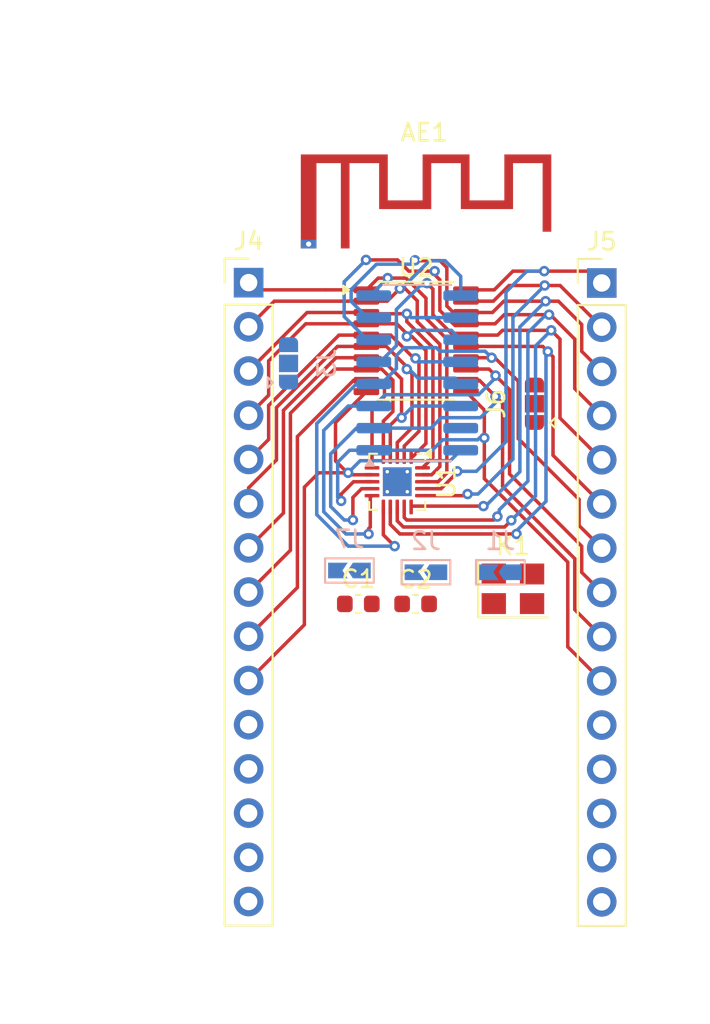
<source format=kicad_pcb>
(kicad_pcb (version 20241229) (generator "pcbnew") (generator_version "9.0")
  (layers (0 "F.Cu" signal) (2 "B.Cu" signal) (13 "F.Paste" user) (15 "B.Paste" user) (5 "F.SilkS" user "F.Silkscreen") (7 "B.SilkS" user "B.Silkscreen") (1 "F.Mask" user) (3 "B.Mask" user) (25 "Edge.Cuts" user))
  (net 0 "")
  (net 1 "OSCI")
  (net 2 "P_0")
  (net 3 "OSCO")
  (net 4 "P_5")
  (net 5 "P_6")
  (net 6 "P_20")
  (net 7 "P_9")
  (net 8 "5V")
  (net 9 "P_2")
  (net 10 "CC1")
  (net 11 "P_1")
  (net 12 "CC2")
  (net 13 "P_3")
  (net 14 "P_10")
  (net 15 "P_7")
  (net 16 "P_8")
  (net 17 "P_4")
  (net 18 "+3.3V")
  (net 19 "P_17")
  (net 20 "D+")
  (net 21 "P_11")
  (net 22 "P_14")
  (net 23 "P_12")
  (net 24 "P_13")
  (net 25 "P_19")
  (net 26 "P_18")
  (net 27 "D-")
  (net 28 "P_15")
  (net 29 "P_16")
  (net 31 "ANT")
  (footprint "Capacitor_SMD:C_0603_1608Metric" (layer "F.Cu") (at 173.305 116.4)
    (property "Reference" "C1" (at 0 -1.43 0) (layer "F.SilkS"))
    (property "Value" "12-25pF")
    (pad "1" smd roundrect (at -0.775 0) (size 0.9 0.95) (layers "F.Cu" "F.Mask" "F.Paste") (net 1 "OSCI"))
    (pad "2" smd roundrect (at 0.775 0) (size 0.9 0.95) (layers "F.Cu" "F.Mask" "F.Paste") (net 2 "P_0"))
  )
  (footprint "Connector_PinHeader_2.54mm:PinHeader_1x15_P2.54mm_Vertical" (layer "F.Cu") (at 167 97.94)
    (property "Reference" "J4" (at 0 -2.38 0) (layer "F.SilkS"))
    (property "Value" "Conn_01x15_Pin")
    (pad "1" thru_hole rect (at 0 0) (size 1.7 1.7) (drill 1) (layers "*.Cu" "*.Mask") (net 11 "P_1"))
    (pad "2" thru_hole circle (at 0 2.54) (size 1.7 1.7) (drill 1) (layers "*.Cu" "*.Mask") (net 9 "P_2"))
    (pad "3" thru_hole circle (at 0 5.08) (size 1.7 1.7) (drill 1) (layers "*.Cu" "*.Mask") (net 13 "P_3"))
    (pad "4" thru_hole circle (at 0 7.62) (size 1.7 1.7) (drill 1) (layers "*.Cu" "*.Mask") (net 17 "P_4"))
    (pad "5" thru_hole circle (at 0 10.16) (size 1.7 1.7) (drill 1) (layers "*.Cu" "*.Mask") (net 4 "P_5"))
    (pad "6" thru_hole circle (at 0 12.7) (size 1.7 1.7) (drill 1) (layers "*.Cu" "*.Mask") (net 5 "P_6"))
    (pad "7" thru_hole circle (at 0 15.24) (size 1.7 1.7) (drill 1) (layers "*.Cu" "*.Mask") (net 15 "P_7"))
    (pad "8" thru_hole circle (at 0 17.78) (size 1.7 1.7) (drill 1) (layers "*.Cu" "*.Mask") (net 16 "P_8"))
    (pad "9" thru_hole circle (at 0 20.32) (size 1.7 1.7) (drill 1) (layers "*.Cu" "*.Mask") (net 7 "P_9"))
    (pad "10" thru_hole circle (at 0 22.86) (size 1.7 1.7) (drill 1) (layers "*.Cu" "*.Mask") (net 14 "P_10"))
    (pad "11" thru_hole circle (at 0 25.4) (size 1.7 1.7) (drill 1) (layers "*.Cu" "*.Mask") (net 1 "OSCI"))
    (pad "12" thru_hole circle (at 0 27.94) (size 1.7 1.7) (drill 1) (layers "*.Cu" "*.Mask") (net 18 "+3.3V"))
    (pad "13" thru_hole circle (at 0 30.48) (size 1.7 1.7) (drill 1) (layers "*.Cu" "*.Mask") (net 2 "P_0"))
    (pad "14" thru_hole circle (at 0 33.02) (size 1.7 1.7) (drill 1) (layers "*.Cu" "*.Mask"))
    (pad "15" thru_hole circle (at 0 35.56) (size 1.7 1.7) (drill 1) (layers "*.Cu" "*.Mask") (net 8 "5V"))
  )
  (footprint "RF_Antenna:Texas_SWRA117D_2.4GHz_Right" (layer "F.Cu") (at 172.55 95.725)
    (property "Reference" "AE1" (at 4.55 -6.41 0) (layer "F.SilkS"))
    (property "Value" "Antenna")
    (fp_poly (pts (xy 2.45 -2.51) (xy 4.45 -2.51) (xy 4.45 -5.15) (xy 7.15 -5.15) (xy 7.15 -2.51) (xy 9.15 -2.51) (xy 9.15 -5.15) (xy 11.85 -5.15) (xy 11.85 -0.71) (xy 11.35 -0.71) (xy 11.35 -4.65) (xy 9.65 -4.65) (xy 9.65 -2.01) (xy 6.65 -2.01) (xy 6.65 -4.65) (xy 4.95 -4.65) (xy 4.95 -2.01) (xy 1.95 -2.01) (xy 1.95 -4.65) (xy 0.25 -4.65) (xy 0.25 0.25) (xy -0.25 0.25) (xy -0.25 -4.65) (xy -1.65 -4.65) (xy -1.65 0.25) (xy -2.55 0.25) (xy -2.55 0.006785) (xy -2.247583 0.006785) (xy -2.237742 0.054395) (xy -2.213674 0.096797) (xy -2.175731 0.129581) (xy -2.167819 0.133935) (xy -2.125156 0.146043) (xy -2.076637 0.1453) (xy -2.031122 0.1324) (xy -2.012511 0.121787) (xy -1.978868 0.086553) (xy -1.958309 0.041368) (xy -1.951778 -0.008158) (xy -1.960218 -0.056417) (xy -1.977112 -0.088643) (xy -2.012372 -0.121313) (xy -2.057682 -0.141408) (xy -2.107267 -0.147982) (xy -2.155353 -0.140092) (xy -2.188245 -0.123186) (xy -2.223185 -0.086416) (xy -2.242847 -0.041622) (xy -2.247583 0.006785) (xy -2.55 0.006785) (xy -2.55 -5.15) (xy 2.45 -5.15) (xy 2.45 -2.51)) (fill yes) (layer "F.Cu"))
    (pad "1" connect rect (at 0 0) (size 0.5 0.5) (layers "F.Cu") (net 31 "ANT"))
    (pad "2" thru_hole rect (at -2.1 0) (size 0.9 0.5) (drill 0.3) (layers "*.Cu"))
  )
  (footprint "Package_SO:TSSOP-20_4.4x6.5mm_P0.65mm" (layer "F.Cu") (at 176.631472 101.280999)
    (property "Reference" "U2" (at 0 -4.199999 180) (layer "F.SilkS"))
    (property "Value" "~")
    (pad "1" smd roundrect (at -2.8625 -2.925) (size 1.475 0.4) (layers "F.Cu" "F.Mask" "F.Paste") (net 11 "P_1"))
    (pad "2" smd roundrect (at -2.8625 -2.275) (size 1.475 0.4) (layers "F.Cu" "F.Mask" "F.Paste") (net 9 "P_2"))
    (pad "3" smd roundrect (at -2.8625 -1.625) (size 1.475 0.4) (layers "F.Cu" "F.Mask" "F.Paste") (net 13 "P_3"))
    (pad "4" smd roundrect (at -2.8625 -0.975) (size 1.475 0.4) (layers "F.Cu" "F.Mask" "F.Paste") (net 17 "P_4"))
    (pad "5" smd roundrect (at -2.8625 -0.325) (size 1.475 0.4) (layers "F.Cu" "F.Mask" "F.Paste") (net 4 "P_5"))
    (pad "6" smd roundrect (at -2.8625 0.325) (size 1.475 0.4) (layers "F.Cu" "F.Mask" "F.Paste") (net 5 "P_6"))
    (pad "7" smd roundrect (at -2.8625 0.975) (size 1.475 0.4) (layers "F.Cu" "F.Mask" "F.Paste") (net 15 "P_7"))
    (pad "8" smd roundrect (at -2.8625 1.625) (size 1.475 0.4) (layers "F.Cu" "F.Mask" "F.Paste") (net 16 "P_8"))
    (pad "9" smd roundrect (at -2.8625 2.275) (size 1.475 0.4) (layers "F.Cu" "F.Mask" "F.Paste") (net 7 "P_9"))
    (pad "10" smd roundrect (at -2.8625 2.925) (size 1.475 0.4) (layers "F.Cu" "F.Mask" "F.Paste") (net 14 "P_10"))
    (pad "11" smd roundrect (at 2.8625 2.925) (size 1.475 0.4) (layers "F.Cu" "F.Mask" "F.Paste") (net 21 "P_11"))
    (pad "12" smd roundrect (at 2.8625 2.275) (size 1.475 0.4) (layers "F.Cu" "F.Mask" "F.Paste") (net 23 "P_12"))
    (pad "13" smd roundrect (at 2.8625 1.625) (size 1.475 0.4) (layers "F.Cu" "F.Mask" "F.Paste") (net 24 "P_13"))
    (pad "14" smd roundrect (at 2.8625 0.975) (size 1.475 0.4) (layers "F.Cu" "F.Mask" "F.Paste") (net 22 "P_14"))
    (pad "15" smd roundrect (at 2.8625 0.325) (size 1.475 0.4) (layers "F.Cu" "F.Mask" "F.Paste") (net 28 "P_15"))
    (pad "16" smd roundrect (at 2.8625 -0.325) (size 1.475 0.4) (layers "F.Cu" "F.Mask" "F.Paste") (net 29 "P_16"))
    (pad "17" smd roundrect (at 2.8625 -0.975) (size 1.475 0.4) (layers "F.Cu" "F.Mask" "F.Paste") (net 19 "P_17"))
    (pad "18" smd roundrect (at 2.8625 -1.625) (size 1.475 0.4) (layers "F.Cu" "F.Mask" "F.Paste") (net 26 "P_18"))
    (pad "19" smd roundrect (at 2.8625 -2.275) (size 1.475 0.4) (layers "F.Cu" "F.Mask" "F.Paste") (net 25 "P_19"))
    (pad "20" smd roundrect (at 2.8625 -2.925) (size 1.475 0.4) (layers "F.Cu" "F.Mask" "F.Paste") (net 6 "P_20"))
  )
  (footprint "IOT-Mess-Footprints:Jumper-3_P1.3mm_Open_RoundedPad1.0x1.5mm" (layer "F.Cu") (at 183.4325 104.9 90)
    (property "Reference" "J6" (at 0 -2.2 90) (layer "F.SilkS"))
    (property "Value" "Jumper")
    (pad "1" smd custom (at -1.099999 0 90) (size 0.8 0.5) (layers "F.Cu" "F.Mask") (net 29 "P_16") (options (clearance outline) (anchor rect)) (primitives (gr_poly (pts (xy 0.45 0.55) (xy -0.1 0.55) (xy -0.1 -0.55) (xy 0.45 -0.55)) (width 0) (fill yes)) (gr_circle (center -0.1 0.25) (end 0.2 0.25) (width 0) (fill yes)) (gr_circle (center -0.1 -0.25) (end 0.2 -0.25) (width 0) (fill yes))))
    (pad "2" smd rect (at 0 0 90) (size 1 1.1) (layers "F.Cu" "F.Mask") (net 18 "+3.3V"))
    (pad "3" smd custom (at 1.099999 0 90) (size 0.8 0.5) (layers "F.Cu" "F.Mask") (net 7 "P_9") (options (clearance outline) (anchor rect)) (primitives (gr_poly (pts (xy 0.1 0.55) (xy -0.45 0.55) (xy -0.45 -0.55) (xy 0.1 -0.55)) (width 0) (fill yes)) (gr_circle (center 0.1 -0.25) (end 0.4 -0.25) (width 0) (fill yes)) (gr_circle (center 0.1 0.25) (end 0.4 0.25) (width 0) (fill yes))))
  )
  (footprint "Connector_PinHeader_2.54mm:PinHeader_1x15_P2.54mm_Vertical" (layer "F.Cu") (at 187.3 97.96)
    (property "Reference" "J5" (at 0 -2.38 0) (layer "F.SilkS"))
    (property "Value" "Conn_01x15_Pin")
    (pad "1" thru_hole rect (at 0 0) (size 1.7 1.7) (drill 1) (layers "*.Cu" "*.Mask") (net 6 "P_20"))
    (pad "2" thru_hole circle (at 0 2.54) (size 1.7 1.7) (drill 1) (layers "*.Cu" "*.Mask") (net 25 "P_19"))
    (pad "3" thru_hole circle (at 0 5.08) (size 1.7 1.7) (drill 1) (layers "*.Cu" "*.Mask") (net 26 "P_18"))
    (pad "4" thru_hole circle (at 0 7.62) (size 1.7 1.7) (drill 1) (layers "*.Cu" "*.Mask") (net 19 "P_17"))
    (pad "5" thru_hole circle (at 0 10.16) (size 1.7 1.7) (drill 1) (layers "*.Cu" "*.Mask") (net 29 "P_16"))
    (pad "6" thru_hole circle (at 0 12.7) (size 1.7 1.7) (drill 1) (layers "*.Cu" "*.Mask") (net 28 "P_15"))
    (pad "7" thru_hole circle (at 0 15.24) (size 1.7 1.7) (drill 1) (layers "*.Cu" "*.Mask") (net 22 "P_14"))
    (pad "8" thru_hole circle (at 0 17.78) (size 1.7 1.7) (drill 1) (layers "*.Cu" "*.Mask") (net 24 "P_13"))
    (pad "9" thru_hole circle (at 0 20.32) (size 1.7 1.7) (drill 1) (layers "*.Cu" "*.Mask") (net 23 "P_12"))
    (pad "10" thru_hole circle (at 0 22.86) (size 1.7 1.7) (drill 1) (layers "*.Cu" "*.Mask") (net 21 "P_11"))
    (pad "11" thru_hole circle (at 0 25.4) (size 1.7 1.7) (drill 1) (layers "*.Cu" "*.Mask") (net 3 "OSCO"))
    (pad "12" thru_hole circle (at 0 27.94) (size 1.7 1.7) (drill 1) (layers "*.Cu" "*.Mask") (net 10 "CC1"))
    (pad "13" thru_hole circle (at 0 30.48) (size 1.7 1.7) (drill 1) (layers "*.Cu" "*.Mask") (net 12 "CC2"))
    (pad "14" thru_hole circle (at 0 33.02) (size 1.7 1.7) (drill 1) (layers "*.Cu" "*.Mask") (net 20 "D+"))
    (pad "15" thru_hole circle (at 0 35.56) (size 1.7 1.7) (drill 1) (layers "*.Cu" "*.Mask") (net 27 "D-"))
  )
  (footprint "Crystal:Crystal_SMD_3225-4Pin_3.2x2.5mm" (layer "F.Cu") (at 182.193972 115.530999)
    (property "Reference" "K1" (at 0 -2.45 0) (layer "F.SilkS"))
    (property "Value" "Crystal")
    (pad "1" smd rect (at -1.1 0.85) (size 1.4 1.2) (layers "F.Cu" "F.Mask" "F.Paste") (net 1 "OSCI"))
    (pad "2" smd rect (at 1.1 0.85) (size 1.4 1.2) (layers "F.Cu" "F.Mask" "F.Paste") (net 3 "OSCO"))
    (pad "3" smd rect (at 1.1 -0.85) (size 1.4 1.2) (layers "F.Cu" "F.Mask" "F.Paste"))
    (pad "4" smd rect (at -1.1 -0.85) (size 1.4 1.2) (layers "F.Cu" "F.Mask" "F.Paste"))
  )
  (footprint "Capacitor_SMD:C_0603_1608Metric" (layer "F.Cu") (at 176.6 116.4 180)
    (property "Reference" "C2" (at 0 1.4 0) (layer "F.SilkS"))
    (property "Value" "12-25pF")
    (pad "1" smd roundrect (at -0.775 0 180) (size 0.9 0.95) (layers "F.Cu" "F.Mask" "F.Paste") (net 3 "OSCO"))
    (pad "2" smd roundrect (at 0.775 0 180) (size 0.9 0.95) (layers "F.Cu" "F.Mask" "F.Paste") (net 2 "P_0"))
  )
  (footprint "Package_DFN_QFN:QFN-20-1EP_3x3mm_P0.4mm_EP1.65x1.65mm_ThermalVias" (layer "F.Cu") (at 175.543972 109.380999 -90)
    (property "Reference" "U1" (at 0 -2.83 90) (layer "F.SilkS"))
    (property "Value" "~")
    (pad "1" smd roundrect (at -1.45 -0.8 270) (size 0.85 0.2) (layers "F.Cu" "F.Mask" "F.Paste") (net 17 "P_4"))
    (pad "2" smd roundrect (at -1.45 -0.4 270) (size 0.85 0.2) (layers "F.Cu" "F.Mask" "F.Paste") (net 4 "P_5"))
    (pad "3" smd roundrect (at -1.45 0 270) (size 0.85 0.2) (layers "F.Cu" "F.Mask" "F.Paste") (net 5 "P_6"))
    (pad "4" smd roundrect (at -1.45 0.4 270) (size 0.85 0.2) (layers "F.Cu" "F.Mask" "F.Paste") (net 15 "P_7"))
    (pad "5" smd roundrect (at -1.45 0.8 270) (size 0.85 0.2) (layers "F.Cu" "F.Mask" "F.Paste") (net 16 "P_8"))
    (pad "6" smd roundrect (at -0.8 1.45 270) (size 0.2 0.85) (layers "F.Cu" "F.Mask" "F.Paste") (net 7 "P_9"))
    (pad "7" smd roundrect (at -0.4 1.45 270) (size 0.2 0.85) (layers "F.Cu" "F.Mask" "F.Paste") (net 14 "P_10"))
    (pad "8" smd roundrect (at 0 1.45 270) (size 0.2 0.85) (layers "F.Cu" "F.Mask" "F.Paste") (net 21 "P_11"))
    (pad "9" smd roundrect (at 0.4 1.45 270) (size 0.2 0.85) (layers "F.Cu" "F.Mask" "F.Paste") (net 23 "P_12"))
    (pad "10" smd roundrect (at 0.8 1.45 270) (size 0.2 0.85) (layers "F.Cu" "F.Mask" "F.Paste") (net 24 "P_13"))
    (pad "11" smd roundrect (at 1.45 0.8 270) (size 0.85 0.2) (layers "F.Cu" "F.Mask" "F.Paste") (net 22 "P_14"))
    (pad "12" smd roundrect (at 1.45 0.4 270) (size 0.85 0.2) (layers "F.Cu" "F.Mask" "F.Paste") (net 28 "P_15"))
    (pad "13" smd roundrect (at 1.45 0 270) (size 0.85 0.2) (layers "F.Cu" "F.Mask" "F.Paste") (net 29 "P_16"))
    (pad "14" smd roundrect (at 1.45 -0.4 270) (size 0.85 0.2) (layers "F.Cu" "F.Mask" "F.Paste") (net 19 "P_17"))
    (pad "15" smd roundrect (at 1.45 -0.8 270) (size 0.85 0.2) (layers "F.Cu" "F.Mask" "F.Paste") (net 26 "P_18"))
    (pad "16" smd roundrect (at 0.8 -1.45 270) (size 0.2 0.85) (layers "F.Cu" "F.Mask" "F.Paste") (net 25 "P_19"))
    (pad "17" smd roundrect (at 0.4 -1.45 270) (size 0.2 0.85) (layers "F.Cu" "F.Mask" "F.Paste") (net 6 "P_20"))
    (pad "18" smd roundrect (at 0 -1.45 270) (size 0.2 0.85) (layers "F.Cu" "F.Mask" "F.Paste") (net 11 "P_1"))
    (pad "19" smd roundrect (at -0.4 -1.45 270) (size 0.2 0.85) (layers "F.Cu" "F.Mask" "F.Paste") (net 9 "P_2"))
    (pad "20" smd roundrect (at -0.8 -1.45 270) (size 0.2 0.85) (layers "F.Cu" "F.Mask" "F.Paste") (net 13 "P_3"))
    (pad "21" thru_hole circle (at -0.575 -0.575 270) (size 0.5 0.5) (drill 0.2) (property pad_prop_heatsink) (layers "*.Cu") (net 2 "P_0"))
    (pad "21" thru_hole circle (at -0.575 0.575 270) (size 0.5 0.5) (drill 0.2) (property pad_prop_heatsink) (layers "*.Cu") (net 2 "P_0"))
    (pad "21" smd rect (at 0 0 270) (size 1.65 1.65) (property pad_prop_heatsink) (layers "F.Cu" "F.Mask") (net 2 "P_0"))
    (pad "21" smd rect (at 0 0 270) (size 1.65 1.65) (property pad_prop_heatsink) (layers "B.Cu") (net 2 "P_0"))
    (pad "21" thru_hole circle (at 0.575 -0.575 270) (size 0.5 0.5) (drill 0.2) (property pad_prop_heatsink) (layers "*.Cu") (net 2 "P_0"))
    (pad "21" thru_hole circle (at 0.575 0.575 270) (size 0.5 0.5) (drill 0.2) (property pad_prop_heatsink) (layers "*.Cu") (net 2 "P_0"))
  )
  (footprint "IOT-Mess-Footprints:Jumper-3_P1.3mm_Open_RoundedPad1.0x1.5mm" (layer "B.Cu") (at 169.293972 102.581 90)
    (property "Reference" "J3" (at 0 2.2 90) (layer "B.SilkS") (effects (justify mirror)))
    (property "Value" "Jumper")
    (pad "1" smd custom (at -1.099999 0 90) (size 0.8 0.5) (layers "B.Cu" "B.Mask") (net 4 "P_5") (options (clearance outline) (anchor rect)) (primitives (gr_poly (pts (xy 0.45 -0.55) (xy -0.1 -0.55) (xy -0.1 0.55) (xy 0.45 0.55)) (width 0) (fill yes)) (gr_circle (center -0.1 -0.25) (end 0.2 -0.25) (width 0) (fill yes)) (gr_circle (center -0.1 0.25) (end 0.2 0.25) (width 0) (fill yes))))
    (pad "2" smd rect (at 0 0 90) (size 1 1.1) (layers "B.Cu" "B.Mask") (net 31 "ANT"))
    (pad "3" smd custom (at 1.099999 0 90) (size 0.8 0.5) (layers "B.Cu" "B.Mask") (net 6 "P_20") (options (clearance outline) (anchor rect)) (primitives (gr_poly (pts (xy 0.1 -0.55) (xy -0.45 -0.55) (xy -0.45 0.55) (xy 0.1 0.55)) (width 0) (fill yes)) (gr_circle (center 0.1 0.25) (end 0.4 0.25) (width 0) (fill yes)) (gr_circle (center 0.1 -0.25) (end 0.4 -0.25) (width 0) (fill yes))))
  )
  (footprint "IOT-Mess-Footprints:Jumpper-triangle" (layer "B.Cu") (at 181.468973 114.580999 180)
    (property "Reference" "J1" (at 0 1.8 0) (layer "B.SilkS") (effects (justify mirror)))
    (property "Value" "Jumper_2")
    (pad "1" smd custom (at -0.724999 0 180) (size 0.3 0.3) (layers "B.Cu" "B.Mask") (net 1 "OSCI") (options (clearance outline) (anchor rect)) (primitives (gr_poly (pts (xy 0.825 0) (xy 0.525 -0.45) (xy -0.5 -0.45) (xy -0.5 0.45) (xy 0.525 0.45)) (width 0) (fill yes))))
    (pad "2" smd custom (at 0.724999 0 180) (size 0.3 0.3) (layers "B.Cu" "B.Mask") (net 4 "P_5") (options (clearance outline) (anchor rect)) (primitives (gr_poly (pts (xy 0.5 -0.45) (xy -0.625 -0.45) (xy -0.325 0) (xy -0.625 0.45) (xy 0.5 0.45)) (width 0) (fill yes))))
  )
  (footprint "IOT-Mess-Footprints:Jumpper-triangle" (layer "B.Cu") (at 172.793972 114.480999 180)
    (property "Reference" "J7" (at 0 1.8 0) (layer "B.SilkS") (effects (justify mirror)))
    (property "Value" "Jumper_2")
    (pad "1" smd custom (at -0.724999 0 180) (size 0.3 0.3) (layers "B.Cu" "B.Mask") (net 15 "P_7") (options (clearance outline) (anchor rect)) (primitives (gr_poly (pts (xy 0.825 0) (xy 0.525 -0.45) (xy -0.5 -0.45) (xy -0.5 0.45) (xy 0.525 0.45)) (width 0) (fill yes))))
    (pad "2" smd custom (at 0.724999 0 180) (size 0.3 0.3) (layers "B.Cu" "B.Mask") (net 2 "P_0") (options (clearance outline) (anchor rect)) (primitives (gr_poly (pts (xy 0.5 -0.45) (xy -0.625 -0.45) (xy -0.325 0) (xy -0.625 0.45) (xy 0.5 0.45)) (width 0) (fill yes))))
  )
  (footprint "Package_SO:SOP-16_3.9x9.9mm_P1.27mm" (layer "B.Cu") (at 176.693972 103.126)
    (property "Reference" "U3" (hide yes))
    (property "Value" "~")
    (pad "1" smd roundrect (at -2.5 4.445001) (size 2 0.6) (layers "B.Cu" "B.Mask" "B.Paste") (net 21 "P_11"))
    (pad "2" smd roundrect (at -2.5 3.175) (size 2 0.6) (layers "B.Cu" "B.Mask" "B.Paste") (net 23 "P_12"))
    (pad "3" smd roundrect (at -2.5 1.904999) (size 2 0.6) (layers "B.Cu" "B.Mask" "B.Paste") (net 24 "P_13"))
    (pad "4" smd roundrect (at -2.5 0.635) (size 2 0.6) (layers "B.Cu" "B.Mask" "B.Paste") (net 22 "P_14"))
    (pad "5" smd roundrect (at -2.5 -0.635) (size 2 0.6) (layers "B.Cu" "B.Mask" "B.Paste") (net 29 "P_16"))
    (pad "6" smd roundrect (at -2.5 -1.904999) (size 2 0.6) (layers "B.Cu" "B.Mask" "B.Paste") (net 19 "P_17"))
    (pad "7" smd roundrect (at -2.5 -3.175) (size 2 0.6) (layers "B.Cu" "B.Mask" "B.Paste") (net 26 "P_18"))
    (pad "8" smd roundrect (at -2.5 -4.445001) (size 2 0.6) (layers "B.Cu" "B.Mask" "B.Paste") (net 11 "P_1"))
    (pad "9" smd roundrect (at 2.5 -4.445001) (size 2 0.6) (layers "B.Cu" "B.Mask" "B.Paste") (net 9 "P_2"))
    (pad "10" smd roundrect (at 2.5 -3.175) (size 2 0.6) (layers "B.Cu" "B.Mask" "B.Paste") (net 13 "P_3"))
    (pad "11" smd roundrect (at 2.5 -1.904999) (size 2 0.6) (layers "B.Cu" "B.Mask" "B.Paste") (net 17 "P_4"))
    (pad "12" smd roundrect (at 2.5 -0.635) (size 2 0.6) (layers "B.Cu" "B.Mask" "B.Paste") (net 4 "P_5"))
    (pad "13" smd roundrect (at 2.5 0.635) (size 2 0.6) (layers "B.Cu" "B.Mask" "B.Paste") (net 5 "P_6"))
    (pad "14" smd roundrect (at 2.5 1.904999) (size 2 0.6) (layers "B.Cu" "B.Mask" "B.Paste") (net 15 "P_7"))
    (pad "15" smd roundrect (at 2.5 3.175) (size 2 0.6) (layers "B.Cu" "B.Mask" "B.Paste") (net 7 "P_9"))
    (pad "16" smd roundrect (at 2.5 4.445001) (size 2 0.6) (layers "B.Cu" "B.Mask" "B.Paste") (net 14 "P_10"))
  )
  (footprint "IOT-Mess-Footprints:Jumpper-triangle" (layer "B.Cu") (at 177.193972 114.580999 180)
    (property "Reference" "J2" (at 0 1.8 0) (layer "B.SilkS") (effects (justify mirror)))
    (property "Value" "Jumper_2")
    (pad "1" smd custom (at -0.724999 0 180) (size 0.3 0.3) (layers "B.Cu" "B.Mask") (net 3 "OSCO") (options (clearance outline) (anchor rect)) (primitives (gr_poly (pts (xy 0.825 0) (xy 0.525 -0.45) (xy -0.5 -0.45) (xy -0.5 0.45) (xy 0.525 0.45)) (width 0) (fill yes))))
    (pad "2" smd custom (at 0.724999 0 180) (size 0.3 0.3) (layers "B.Cu" "B.Mask") (net 5 "P_6") (options (clearance outline) (anchor rect)) (primitives (gr_poly (pts (xy 0.5 -0.45) (xy -0.625 -0.45) (xy -0.325 0) (xy -0.625 0.45) (xy 0.5 0.45)) (width 0) (fill yes))))
  )
  (segment (start 176.791972 102.487754) (end 176.791972 106.482999) (width 0.2) (layer "F.Cu") (net 4))
  (segment (start 176.791972 106.482999) (end 175.943972 107.330999) (width 0.2) (layer "F.Cu") (net 4))
  (segment (start 172.191872 100.955999) (end 168.151 104.996871) (width 0.2) (layer "F.Cu") (net 4))
  (segment (start 168.151 104.996871) (end 168.151 106.949) (width 0.2) (layer "F.Cu") (net 4))
  (segment (start 176.592972 102.288754) (end 176.501727 102.288754) (width 0.2) (layer "F.Cu") (net 4))
  (segment (start 175.943972 107.330999) (end 175.943972 107.930999) (width 0.2) (layer "F.Cu") (net 4))
  (segment (start 168.151 106.949) (end 167 108.1) (width 0.2) (layer "F.Cu") (net 4))
  (segment (start 173.768972 100.955999) (end 172.191872 100.955999) (width 0.2) (layer "F.Cu") (net 4))
  (segment (start 175.168972 100.955999) (end 173.768972 100.955999) (width 0.2) (layer "F.Cu") (net 4))
  (segment (start 176.592972 102.288754) (end 176.791972 102.487754) (width 0.2) (layer "F.Cu") (net 4))
  (segment (start 176.501727 102.288754) (end 175.168972 100.955999) (width 0.2) (layer "F.Cu") (net 4))
  (via (at 176.592972 102.288754) (size 0.6) (drill 0.3) (layers "F.Cu" "B.Cu") (net 4))
  (segment (start 176.732498 102.491) (end 179.193972 102.491) (width 0.2) (layer "B.Cu") (net 4))
  (segment (start 176.592972 102.288754) (end 176.592972 102.380999) (width 0.2) (layer "B.Cu") (net 4))
  (segment (start 176.592972 102.380999) (end 176.692972 102.480999) (width 0.2) (layer "B.Cu") (net 4))
  (segment (start 176.692972 102.480999) (end 176.722497 102.480999) (width 0.2) (layer "B.Cu") (net 4))
  (segment (start 176.722497 102.480999) (end 176.732498 102.491) (width 0.2) (layer "B.Cu") (net 4))
  (segment (start 173.768972 101.605999) (end 172.108972 101.605999) (width 0.2) (layer "F.Cu") (net 5))
  (segment (start 174.918972 101.605999) (end 173.768972 101.605999) (width 0.2) (layer "F.Cu") (net 5))
  (segment (start 172.108972 101.605999) (end 168.6 105.114971) (width 0.2) (layer "F.Cu") (net 5))
  (segment (start 176.093099 102.913357) (end 176.12633 102.913357) (width 0.2) (layer "F.Cu") (net 5))
  (segment (start 167 109.72776) (end 167 110.64) (width 0.2) (layer "F.Cu") (net 5))
  (segment (start 176.390972 106.283999) (end 175.543972 107.130999) (width 0.2) (layer "F.Cu") (net 5))
  (segment (start 175.543972 107.130999) (end 175.543972 107.930999) (width 0.2) (layer "F.Cu") (net 5))
  (segment (start 168.6 105.114971) (end 168.6 108.12776) (width 0.2) (layer "F.Cu") (net 5))
  (segment (start 168.6 108.12776) (end 167 109.72776) (width 0.2) (layer "F.Cu") (net 5))
  (segment (start 176.390972 103.177999) (end 176.390972 106.283999) (width 0.2) (layer "F.Cu") (net 5))
  (segment (start 176.12633 102.913357) (end 176.390972 103.177999) (width 0.2) (layer "F.Cu") (net 5))
  (segment (start 176.093099 102.913357) (end 176.093099 102.780126) (width 0.2) (layer "F.Cu") (net 5))
  (segment (start 176.093099 102.780126) (end 174.918972 101.605999) (width 0.2) (layer "F.Cu") (net 5))
  (via (at 176.093099 102.913357) (size 0.6) (drill 0.3) (layers "F.Cu" "B.Cu") (net 5))
  (segment (start 176.093099 102.913357) (end 176.22633 102.913357) (width 0.2) (layer "B.Cu") (net 5))
  (segment (start 176.22633 102.913357) (end 176.743501 103.430528) (width 0.2) (layer "B.Cu") (net 5))
  (segment (start 178.8635 103.430528) (end 179.193972 103.761) (width 0.2) (layer "B.Cu") (net 5))
  (segment (start 176.743501 103.430528) (end 178.8635 103.430528) (width 0.2) (layer "B.Cu") (net 5))
  (segment (start 178.993972 108.848099) (end 178.993972 108.780999) (width 0.2) (layer "F.Cu") (net 6))
  (segment (start 176.993972 109.780999) (end 178.061072 109.780999) (width 0.2) (layer "F.Cu") (net 6))
  (segment (start 182.193972 97.280999) (end 181.118972 98.355999) (width 0.2) (layer "F.Cu") (net 6))
  (segment (start 183.993972 97.280999) (end 186.620999 97.280999) (width 0.2) (layer "F.Cu") (net 6))
  (segment (start 178.061072 109.780999) (end 178.993972 108.848099) (width 0.2) (layer "F.Cu") (net 6))
  (segment (start 186.620999 97.280999) (end 187.3 97.96) (width 0.2) (layer "F.Cu") (net 6))
  (segment (start 187.24 97.96) (end 187.5 97.96) (width 0.2) (layer "F.Cu") (net 6))
  (segment (start 181.118972 98.355999) (end 179.493972 98.355999) (width 0.2) (layer "F.Cu") (net 6))
  (segment (start 183.993972 97.280999) (end 182.193972 97.280999) (width 0.2) (layer "F.Cu") (net 6))
  (via (at 183.993972 97.280999) (size 0.6) (drill 0.3) (layers "F.Cu" "B.Cu") (net 6))
  (via (at 178.993972 108.780999) (size 0.6) (drill 0.3) (layers "F.Cu" "B.Cu") (net 6))
  (segment (start 182.993972 97.280999) (end 181.793972 98.480999) (width 0.2) (layer "B.Cu") (net 6))
  (segment (start 181.793972 107.080999) (end 180.093972 108.780999) (width 0.2) (layer "B.Cu") (net 6))
  (segment (start 181.793972 98.480999) (end 181.793972 107.080999) (width 0.2) (layer "B.Cu") (net 6))
  (segment (start 183.993972 97.280999) (end 182.993972 97.280999) (width 0.2) (layer "B.Cu") (net 6))
  (segment (start 180.093972 108.780999) (end 178.993972 108.780999) (width 0.2) (layer "B.Cu") (net 6))
  (segment (start 169.803 115.457) (end 167 118.26) (width 0.2) (layer "F.Cu") (net 7))
  (segment (start 173.768972 103.555999) (end 173.031473 103.555999) (width 0.2) (layer "F.Cu") (net 7))
  (segment (start 169.803 106.784472) (end 169.803 115.457) (width 0.2) (layer "F.Cu") (net 7))
  (segment (start 174.093972 105.188369) (end 174.093972 108.580999) (width 0.2) (layer "F.Cu") (net 7))
  (segment (start 173.031473 103.555999) (end 169.803 106.784472) (width 0.2) (layer "F.Cu") (net 7))
  (segment (start 174.807472 104.474869) (end 174.093972 105.188369) (width 0.2) (layer "F.Cu") (net 7))
  (segment (start 174.506471 103.555999) (end 174.807472 103.857) (width 0.2) (layer "F.Cu") (net 7))
  (segment (start 174.807472 103.857) (end 174.807472 104.474869) (width 0.2) (layer "F.Cu") (net 7))
  (segment (start 173.768972 103.555999) (end 174.506471 103.555999) (width 0.2) (layer "F.Cu") (net 7))
  (segment (start 174.968972 99.005999) (end 175.693972 98.280999) (width 0.2) (layer "F.Cu") (net 9))
  (segment (start 177.993972 101.480999) (end 177.993972 108.503773) (width 0.2) (layer "F.Cu") (net 9))
  (segment (start 173.768972 99.005999) (end 168.474001 99.005999) (width 0.2) (layer "F.Cu") (net 9))
  (segment (start 176.693972 100.180999) (end 177.993972 101.480999) (width 0.2) (layer "F.Cu") (net 9))
  (segment (start 177.516746 108.980999) (end 176.993972 108.980999) (width 0.2) (layer "F.Cu") (net 9))
  (segment (start 175.693972 98.280999) (end 175.993972 98.280999) (width 0.2) (layer "F.Cu") (net 9))
  (segment (start 173.768972 99.005999) (end 174.968972 99.005999) (width 0.2) (layer "F.Cu") (net 9))
  (segment (start 176.693972 98.980999) (end 176.693972 100.180999) (width 0.2) (layer "F.Cu") (net 9))
  (segment (start 175.993972 98.280999) (end 176.693972 98.980999) (width 0.2) (layer "F.Cu") (net 9))
  (segment (start 168.474001 99.005999) (end 167 100.48) (width 0.2) (layer "F.Cu") (net 9))
  (segment (start 177.993972 108.503773) (end 177.516746 108.980999) (width 0.2) (layer "F.Cu") (net 9))
  (via (at 175.693972 98.280999) (size 0.6) (drill 0.3) (layers "F.Cu" "B.Cu") (net 9))
  (segment (start 178.293972 96.680999) (end 179.193972 97.580999) (width 0.2) (layer "B.Cu") (net 9))
  (segment (start 179.193972 97.580999) (end 179.193972 98.680999) (width 0.2) (layer "B.Cu") (net 9))
  (segment (start 175.693972 98.280999) (end 175.793972 98.280999) (width 0.2) (layer "B.Cu") (net 9))
  (segment (start 177.393972 96.680999) (end 178.293972 96.680999) (width 0.2) (layer "B.Cu") (net 9))
  (segment (start 175.793972 98.280999) (end 177.393972 96.680999) (width 0.2) (layer "B.Cu") (net 9))
  (segment (start 178.393972 101.180999) (end 178.393972 108.880999) (width 0.2) (layer "F.Cu") (net 11))
  (segment (start 177.193972 99.980999) (end 178.393972 101.180999) (width 0.2) (layer "F.Cu") (net 11))
  (segment (start 174.993972 97.680999) (end 175.893972 97.680999) (width 0.2) (layer "F.Cu") (net 11))
  (segment (start 173.768972 98.355999) (end 171.4 98.355999) (width 0.2) (layer "F.Cu") (net 11))
  (segment (start 173.768972 98.355999) (end 174.443972 97.680999) (width 0.2) (layer "F.Cu") (net 11))
  (segment (start 177.893972 109.380999) (end 176.993972 109.380999) (width 0.2) (layer "F.Cu") (net 11))
  (segment (start 175.893972 97.680999) (end 175.993972 97.680999) (width 0.2) (layer "F.Cu") (net 11))
  (segment (start 178.393972 108.880999) (end 177.893972 109.380999) (width 0.2) (layer "F.Cu") (net 11))
  (segment (start 176.043972 97.680999) (end 177.193972 98.830999) (width 0.2) (layer "F.Cu") (net 11))
  (segment (start 174.443972 97.680999) (end 174.993972 97.680999) (width 0.2) (layer "F.Cu") (net 11))
  (segment (start 177.193972 98.830999) (end 177.193972 99.980999) (width 0.2) (layer "F.Cu") (net 11))
  (segment (start 167.415999 98.355999) (end 167 97.94) (width 0.2) (layer "F.Cu") (net 11))
  (segment (start 171.4 98.355999) (end 167.415999 98.355999) (width 0.2) (layer "F.Cu") (net 11))
  (segment (start 175.893972 97.680999) (end 176.043972 97.680999) (width 0.2) (layer "F.Cu") (net 11))
  (via (at 174.993972 97.680999) (size 0.6) (drill 0.3) (layers "F.Cu" "B.Cu") (net 11))
  (segment (start 174.193972 98.680999) (end 174.193972 98.480999) (width 0.2) (layer "B.Cu") (net 11))
  (segment (start 174.193972 98.480999) (end 174.993972 97.680999) (width 0.2) (layer "B.Cu") (net 11))
  (segment (start 177.593972 101.680999) (end 177.593972 107.980999) (width 0.2) (layer "F.Cu") (net 13))
  (segment (start 176.093972 99.729526) (end 173.842499 99.729526) (width 0.2) (layer "F.Cu") (net 13))
  (segment (start 170.364001 99.655999) (end 167 103.02) (width 0.2) (layer "F.Cu") (net 13))
  (segment (start 173.768972 99.655999) (end 170.364001 99.655999) (width 0.2) (layer "F.Cu") (net 13))
  (segment (start 173.842499 99.729526) (end 173.768972 99.655999) (width 0.2) (layer "F.Cu") (net 13))
  (segment (start 177.593972 107.980999) (end 176.993972 108.580999) (width 0.2) (layer "F.Cu") (net 13))
  (segment (start 176.093972 100.180999) (end 177.593972 101.680999) (width 0.2) (layer "F.Cu") (net 13))
  (segment (start 176.093972 99.729526) (end 176.093972 100.180999) (width 0.2) (layer "F.Cu") (net 13))
  (via (at 176.093972 99.729526) (size 0.6) (drill 0.3) (layers "F.Cu" "B.Cu") (net 13))
  (segment (start 176.093972 99.729526) (end 176.102497 99.729526) (width 0.2) (layer "B.Cu") (net 13))
  (segment (start 176.102497 99.729526) (end 176.323971 99.951) (width 0.2) (layer "B.Cu") (net 13))
  (segment (start 176.323971 99.951) (end 179.193972 99.951) (width 0.2) (layer "B.Cu") (net 13))
  (segment (start 172.719707 108.865588) (end 171.034412 108.865588) (width 0.2) (layer "F.Cu") (net 14))
  (segment (start 170.204 117.596) (end 167 120.8) (width 0.2) (layer "F.Cu") (net 14))
  (segment (start 171.993972 108.180999) (end 171.993972 105.980999) (width 0.2) (layer "F.Cu") (net 14))
  (segment (start 171.993972 105.980999) (end 173.768972 104.205999) (width 0.2) (layer "F.Cu") (net 14))
  (segment (start 172.793972 108.980999) (end 171.993972 108.180999) (width 0.2) (layer "F.Cu") (net 14))
  (segment (start 174.093972 108.980999) (end 172.793972 108.980999) (width 0.2) (layer "F.Cu") (net 14))
  (segment (start 170.204 109.696) (end 170.204 117.596) (width 0.2) (layer "F.Cu") (net 14))
  (segment (start 171.034412 108.865588) (end 170.204 109.696) (width 0.2) (layer "F.Cu") (net 14))
  (via (at 172.719707 108.865588) (size 0.6) (drill 0.3) (layers "F.Cu" "B.Cu") (net 14))
  (segment (start 178.592972 108.172001) (end 173.413292 108.172001) (width 0.2) (layer "B.Cu") (net 14))
  (segment (start 179.193972 107.571001) (end 178.592972 108.172001) (width 0.2) (layer "B.Cu") (net 14))
  (segment (start 173.413292 108.172001) (end 172.719707 108.865588) (width 0.2) (layer "B.Cu") (net 14))
  (segment (start 172.026072 102.255999) (end 169.001 105.281071) (width 0.2) (layer "F.Cu") (net 15))
  (segment (start 169.001 111.179) (end 167 113.18) (width 0.2) (layer "F.Cu") (net 15))
  (segment (start 174.568972 102.255999) (end 173.768972 102.255999) (width 0.2) (layer "F.Cu") (net 15))
  (segment (start 169.001 105.281071) (end 169.001 111.179) (width 0.2) (layer "F.Cu") (net 15))
  (segment (start 175.790972 105.701) (end 175.790972 103.477999) (width 0.2) (layer "F.Cu") (net 15))
  (segment (start 175.790972 105.701) (end 175.56922 105.701) (width 0.2) (layer "F.Cu") (net 15))
  (segment (start 175.143972 106.126248) (end 175.143972 107.930999) (width 0.2) (layer "F.Cu") (net 15))
  (segment (start 173.768972 102.255999) (end 172.026072 102.255999) (width 0.2) (layer "F.Cu") (net 15))
  (segment (start 175.790972 103.477999) (end 174.568972 102.255999) (width 0.2) (layer "F.Cu") (net 15))
  (segment (start 175.56922 105.701) (end 175.143972 106.126248) (width 0.2) (layer "F.Cu") (net 15))
  (via (at 175.790972 105.701) (size 0.6) (drill 0.3) (layers "F.Cu" "B.Cu") (net 15))
  (segment (start 177.111072 105.030999) (end 179.193972 105.030999) (width 0.2) (layer "B.Cu") (net 15))
  (segment (start 177.110072 105.029999) (end 177.111072 105.030999) (width 0.2) (layer "B.Cu") (net 15))
  (segment (start 175.790972 105.701) (end 176.461973 105.029999) (width 0.2) (layer "B.Cu") (net 15))
  (segment (start 176.461973 105.029999) (end 177.110072 105.029999) (width 0.2) (layer "B.Cu") (net 15))
  (segment (start 175.293972 105.348057) (end 174.743972 105.898057) (width 0.2) (layer "F.Cu") (net 16))
  (segment (start 169.402 105.447171) (end 169.402 113.318) (width 0.2) (layer "F.Cu") (net 16))
  (segment (start 169.402 113.318) (end 167 115.72) (width 0.2) (layer "F.Cu") (net 16))
  (segment (start 171.943172 102.905999) (end 169.402 105.447171) (width 0.2) (layer "F.Cu") (net 16))
  (segment (start 173.768972 102.905999) (end 171.943172 102.905999) (width 0.2) (layer "F.Cu") (net 16))
  (segment (start 175.293972 103.548099) (end 175.293972 105.348057) (width 0.2) (layer "F.Cu") (net 16))
  (segment (start 173.768972 102.905999) (end 174.651872 102.905999) (width 0.2) (layer "F.Cu") (net 16))
  (segment (start 174.743972 105.898057) (end 174.743972 107.930999) (width 0.2) (layer "F.Cu") (net 16))
  (segment (start 174.651872 102.905999) (end 175.293972 103.548099) (width 0.2) (layer "F.Cu") (net 16))
  (segment (start 176.443972 107.930999) (end 176.343972 107.930999) (width 0.2) (layer "F.Cu") (net 17))
  (segment (start 176.093972 101.029527) (end 176.093972 100.880999) (width 0.2) (layer "F.Cu") (net 17))
  (segment (start 176.3754 101.029527) (end 177.192972 101.847099) (width 0.2) (layer "F.Cu") (net 17))
  (segment (start 168.151 102.4361) (end 168.151 104.409) (width 0.2) (layer "F.Cu") (net 17))
  (segment (start 177.192972 101.847099) (end 177.192972 107.181999) (width 0.2) (layer "F.Cu") (net 17))
  (segment (start 176.093972 101.029527) (end 176.3754 101.029527) (width 0.2) (layer "F.Cu") (net 17))
  (segment (start 173.768972 100.305999) (end 170.281101 100.305999) (width 0.2) (layer "F.Cu") (net 17))
  (segment (start 176.093972 100.880999) (end 175.518972 100.305999) (width 0.2) (layer "F.Cu") (net 17))
  (segment (start 168.151 104.409) (end 167 105.56) (width 0.2) (layer "F.Cu") (net 17))
  (segment (start 170.281101 100.305999) (end 168.151 102.4361) (width 0.2) (layer "F.Cu") (net 17))
  (segment (start 175.518972 100.305999) (end 173.768972 100.305999) (width 0.2) (layer "F.Cu") (net 17))
  (segment (start 177.192972 107.181999) (end 176.443972 107.930999) (width 0.2) (layer "F.Cu") (net 17))
  (via (at 176.093972 101.029527) (size 0.6) (drill 0.3) (layers "F.Cu" "B.Cu") (net 17))
  (segment (start 176.4425 100.680999) (end 178.65397 100.680999) (width 0.2) (layer "B.Cu") (net 17))
  (segment (start 178.65397 100.680999) (end 179.193972 101.221001) (width 0.2) (layer "B.Cu") (net 17))
  (segment (start 176.093972 101.029527) (end 176.4425 100.680999) (width 0.2) (layer "B.Cu") (net 17))
  (segment (start 185.748 101.185084) (end 185.748 104.028) (width 0.2) (layer "F.Cu") (net 19))
  (segment (start 177.693972 97.280999) (end 177.693972 97.480999) (width 0.2) (layer "F.Cu") (net 19))
  (segment (start 184.271578 99.782355) (end 184.345271 99.782355) (width 0.2) (layer "F.Cu") (net 19))
  (segment (start 181.692616 99.782355) (end 181.168972 100.305999) (width 0.2) (layer "F.Cu") (net 19))
  (segment (start 177.693972 97.480999) (end 177.993972 97.780999) (width 0.2) (layer "F.Cu") (net 19))
  (segment (start 181.168972 100.305999) (end 179.493972 100.305999) (width 0.2) (layer "F.Cu") (net 19))
  (segment (start 185.748 104.028) (end 187.3 105.58) (width 0.2) (layer "F.Cu") (net 19))
  (segment (start 177.993972 97.780999) (end 177.993972 99.543498) (width 0.2) (layer "F.Cu") (net 19))
  (segment (start 175.943972 111.430999) (end 175.943972 110.830999) (width 0.2) (layer "F.Cu") (net 19))
  (segment (start 177.993972 99.543498) (end 178.756473 100.305999) (width 0.2) (layer "F.Cu") (net 19))
  (segment (start 178.756473 100.305999) (end 179.493972 100.305999) (width 0.2) (layer "F.Cu") (net 19))
  (segment (start 184.345271 99.782355) (end 185.748 101.185084) (width 0.2) (layer "F.Cu") (net 19))
  (segment (start 184.271578 99.782355) (end 181.692616 99.782355) (width 0.2) (layer "F.Cu") (net 19))
  (segment (start 176.211072 97.280999) (end 175.565823 96.63575) (width 0.2) (layer "F.Cu") (net 19))
  (segment (start 181.3 111.380999) (end 181.1 111.580999) (width 0.2) (layer "F.Cu") (net 19))
  (segment (start 177.693972 97.280999) (end 176.211072 97.280999) (width 0.2) (layer "F.Cu") (net 19))
  (segment (start 176.093972 111.580999) (end 175.943972 111.430999) (width 0.2) (layer "F.Cu") (net 19))
  (segment (start 175.565823 96.63575) (end 173.748723 96.63575) (width 0.2) (layer "F.Cu") (net 19))
  (segment (start 181.1 111.580999) (end 176.093972 111.580999) (width 0.2) (layer "F.Cu") (net 19))
  (via (at 177.693972 97.280999) (size 0.6) (drill 0.3) (layers "F.Cu" "B.Cu") (net 19))
  (via (at 184.271578 99.782355) (size 0.6) (drill 0.3) (layers "F.Cu" "B.Cu") (net 19))
  (via (at 181.3 111.380999) (size 0.6) (drill 0.3) (layers "F.Cu" "B.Cu") (net 19))
  (via (at 173.748723 96.63575) (size 0.6) (drill 0.3) (layers "F.Cu" "B.Cu") (net 19))
  (segment (start 174.193972 101.221001) (end 173.822005 101.221001) (width 0.2) (layer "B.Cu") (net 19))
  (segment (start 183.053786 100.821185) (end 184.092616 99.782355) (width 0.2) (layer "B.Cu") (net 19))
  (segment (start 173.822005 101.221001) (end 172.491972 99.890968) (width 0.2) (layer "B.Cu") (net 19))
  (segment (start 181.405873 110.994127) (end 183.053786 109.346214) (width 0.2) (layer "B.Cu") (net 19))
  (segment (start 184.092616 99.782355) (end 184.271578 99.782355) (width 0.2) (layer "B.Cu") (net 19))
  (segment (start 172.491972 97.892501) (end 173.748723 96.63575) (width 0.2) (layer "B.Cu") (net 19))
  (segment (start 172.491972 99.890968) (end 172.491972 97.892501) (width 0.2) (layer "B.Cu") (net 19))
  (segment (start 181.3 111.380999) (end 181.405873 111.275126) (width 0.2) (layer "B.Cu") (net 19))
  (segment (start 183.053786 109.346214) (end 183.053786 100.821185) (width 0.2) (layer "B.Cu") (net 19))
  (segment (start 181.405873 111.275126) (end 181.405873 110.994127) (width 0.2) (layer "B.Cu") (net 19))
  (segment (start 185.347 118.867) (end 187.3 120.82) (width 0.2) (layer "F.Cu") (net 21))
  (segment (start 180.550166 109.200223) (end 185.347 113.997057) (width 0.2) (layer "F.Cu") (net 21))
  (segment (start 185.347 113.997057) (end 185.347 118.867) (width 0.2) (layer "F.Cu") (net 21))
  (segment (start 172.319707 110.088164) (end 173.026872 109.380999) (width 0.2) (layer "F.Cu") (net 21))
  (segment (start 180.550166 106.861727) (end 180.550166 109.200223) (width 0.2) (layer "F.Cu") (net 21))
  (segment (start 180.550166 105.262193) (end 179.493972 104.205999) (width 0.2) (layer "F.Cu") (net 21))
  (segment (start 180.550166 106.861727) (end 180.550166 105.262193) (width 0.2) (layer "F.Cu") (net 21))
  (segment (start 172.319707 110.480999) (end 172.319707 110.088164) (width 0.2) (layer "F.Cu") (net 21))
  (segment (start 173.026872 109.380999) (end 174.093972 109.380999) (width 0.2) (layer "F.Cu") (net 21))
  (via (at 180.550166 106.861727) (size 0.6) (drill 0.3) (layers "F.Cu" "B.Cu") (net 21))
  (via (at 172.319707 110.480999) (size 0.6) (drill 0.3) (layers "F.Cu" "B.Cu") (net 21))
  (segment (start 180.550166 106.861727) (end 180.275213 106.861727) (width 0.2) (layer "B.Cu") (net 21))
  (segment (start 172.119707 110.280999) (end 172.119707 108.255264) (width 0.2) (layer "B.Cu") (net 21))
  (segment (start 172.319707 110.480999) (end 172.119707 110.280999) (width 0.2) (layer "B.Cu") (net 21))
  (segment (start 178.153004 106.970001) (end 177.552004 107.571001) (width 0.2) (layer "B.Cu") (net 21))
  (segment (start 172.80397 107.571001) (end 174.193972 107.571001) (width 0.2) (layer "B.Cu") (net 21))
  (segment (start 180.275213 106.861727) (end 180.166939 106.970001) (width 0.2) (layer "B.Cu") (net 21))
  (segment (start 172.119707 108.255264) (end 172.80397 107.571001) (width 0.2) (layer "B.Cu") (net 21))
  (segment (start 177.552004 107.571001) (end 174.193972 107.571001) (width 0.2) (layer "B.Cu") (net 21))
  (segment (start 180.166939 106.970001) (end 178.153004 106.970001) (width 0.2) (layer "B.Cu") (net 21))
  (segment (start 182.5 103.604999) (end 182.5 106.9) (width 0.2) (layer "F.Cu") (net 22))
  (segment (start 182.5 106.9) (end 186 110.4) (width 0.2) (layer "F.Cu") (net 22))
  (segment (start 186 111.9) (end 187.3 113.2) (width 0.2) (layer "F.Cu") (net 22))
  (segment (start 186 110.4) (end 186 111.9) (width 0.2) (layer "F.Cu") (net 22))
  (segment (start 180.968972 102.255999) (end 181.151 102.255999) (width 0.2) (layer "F.Cu") (net 22))
  (segment (start 179.493972 102.255999) (end 180.968972 102.255999) (width 0.2) (layer "F.Cu") (net 22))
  (segment (start 174.743972 110.830999) (end 174.743972 112.430999) (width 0.2) (layer "F.Cu") (net 22))
  (segment (start 181.151 102.255999) (end 182.5 103.604999) (width 0.2) (layer "F.Cu") (net 22))
  (segment (start 174.743972 112.430999) (end 175.393972 113.080999) (width 0.2) (layer "F.Cu") (net 22))
  (via (at 180.968972 102.255999) (size 0.6) (drill 0.3) (layers "F.Cu" "B.Cu") (net 22))
  (via (at 175.393972 113.080999) (size 0.6) (drill 0.3) (layers "F.Cu" "B.Cu") (net 22))
  (segment (start 174.613971 103.761) (end 174.193972 103.761) (width 0.2) (layer "B.Cu") (net 22))
  (segment (start 175.943042 101.680999) (end 175.493972 102.130069) (width 0.2) (layer "B.Cu") (net 22))
  (segment (start 173.193973 103.761) (end 170.916707 106.038266) (width 0.2) (layer "B.Cu") (net 22))
  (segment (start 180.593972 101.880999) (end 177.993972 101.880999) (width 0.2) (layer "B.Cu") (net 22))
  (segment (start 170.916707 106.038266) (end 170.916707 111.270834) (width 0.2) (layer "B.Cu") (net 22))
  (segment (start 175.493972 102.130069) (end 175.493972 102.880999) (width 0.2) (layer "B.Cu") (net 22))
  (segment (start 180.968972 102.255999) (end 180.593972 101.880999) (width 0.2) (layer "B.Cu") (net 22))
  (segment (start 170.916707 111.270834) (end 172.726872 113.080999) (width 0.2) (layer "B.Cu") (net 22))
  (segment (start 175.493972 102.880999) (end 174.613971 103.761) (width 0.2) (layer "B.Cu") (net 22))
  (segment (start 174.193972 103.761) (end 173.193973 103.761) (width 0.2) (layer "B.Cu") (net 22))
  (segment (start 177.793972 101.680999) (end 175.943042 101.680999) (width 0.2) (layer "B.Cu") (net 22))
  (segment (start 173.723972 103.550999) (end 174.493972 103.550999) (width 0.2) (layer "B.Cu") (net 22))
  (segment (start 172.726872 113.080999) (end 175.393972 113.080999) (width 0.2) (layer "B.Cu") (net 22))
  (segment (start 177.993972 101.880999) (end 177.793972 101.680999) (width 0.2) (layer "B.Cu") (net 22))
  (segment (start 185.748 116.728) (end 187.3 118.28) (width 0.2) (layer "F.Cu") (net 23))
  (segment (start 173.571198 109.780999) (end 174.093972 109.780999) (width 0.2) (layer "F.Cu") (net 23))
  (segment (start 172.993972 111.580999) (end 172.993972 110.280999) (width 0.2) (layer "F.Cu") (net 23))
  (segment (start 180.268972 103.555999) (end 179.493972 103.555999) (width 0.2) (layer "F.Cu") (net 23))
  (segment (start 181.599 104.886027) (end 181.599 109.651) (width 0.2) (layer "F.Cu") (net 23))
  (segment (start 173.492972 109.781999) (end 173.570198 109.781999) (width 0.2) (layer "F.Cu") (net 23))
  (segment (start 181.193972 104.480999) (end 180.268972 103.555999) (width 0.2) (layer "F.Cu") (net 23))
  (segment (start 173.570198 109.781999) (end 173.571198 109.780999) (width 0.2) (layer "F.Cu") (net 23))
  (segment (start 172.993972 110.280999) (end 173.492972 109.781999) (width 0.2) (layer "F.Cu") (net 23))
  (segment (start 185.748 113.8) (end 185.748 116.728) (width 0.2) (layer "F.Cu") (net 23))
  (segment (start 181.599 109.651) (end 185.748 113.8) (width 0.2) (layer "F.Cu") (net 23))
  (segment (start 181.193972 104.480999) (end 181.599 104.886027) (width 0.2) (layer "F.Cu") (net 23))
  (via (at 172.993972 111.580999) (size 0.6) (drill 0.3) (layers "F.Cu" "B.Cu") (net 23))
  (via (at 181.193972 104.480999) (size 0.6) (drill 0.3) (layers "F.Cu" "B.Cu") (net 23))
  (segment (start 181.193972 104.831056) (end 181.193972 104.480999) (width 0.2) (layer "B.Cu") (net 23))
  (segment (start 174.193972 106.301) (end 177.473971 106.301) (width 0.2) (layer "B.Cu") (net 23))
  (segment (start 172.993972 111.580999) (end 172.493972 111.580999) (width 0.2) (layer "B.Cu") (net 23))
  (segment (start 171.718707 110.805734) (end 171.718707 107.776266) (width 0.2) (layer "B.Cu") (net 23))
  (segment (start 180.325028 105.7) (end 181.193972 104.831056) (width 0.2) (layer "B.Cu") (net 23))
  (segment (start 178.074971 105.7) (end 180.325028 105.7) (width 0.2) (layer "B.Cu") (net 23))
  (segment (start 177.473971 106.301) (end 178.074971 105.7) (width 0.2) (layer "B.Cu") (net 23))
  (segment (start 171.718707 107.776266) (end 173.193973 106.301) (width 0.2) (layer "B.Cu") (net 23))
  (segment (start 173.193973 106.301) (end 174.193972 106.301) (width 0.2) (layer "B.Cu") (net 23))
  (segment (start 172.493972 111.580999) (end 171.718707 110.805734) (width 0.2) (layer "B.Cu") (net 23))
  (segment (start 186.149 114.589) (end 187.3 115.74) (width 0.2) (layer "F.Cu") (net 24))
  (segment (start 173.993972 111.980999) (end 173.993972 110.280999) (width 0.2) (layer "F.Cu") (net 24))
  (segment (start 181.193972 103.280999) (end 182 104.087027) (width 0.2) (layer "F.Cu") (net 24))
  (segment (start 173.893972 112.080999) (end 173.993972 111.980999) (width 0.2) (layer "F.Cu") (net 24))
  (segment (start 186.149 113.086084) (end 186.149 114.589) (width 0.2) (layer "F.Cu") (net 24))
  (segment (start 180.818972 102.905999) (end 179.493972 102.905999) (width 0.2) (layer "F.Cu") (net 24))
  (segment (start 173.993972 110.280999) (end 174.093972 110.180999) (width 0.2) (layer "F.Cu") (net 24))
  (segment (start 173.893972 112.380999) (end 173.893972 112.080999) (width 0.2) (layer "F.Cu") (net 24))
  (segment (start 181.193972 103.280999) (end 180.818972 102.905999) (width 0.2) (layer "F.Cu") (net 24))
  (segment (start 182 108.937084) (end 186.149 113.086084) (width 0.2) (layer "F.Cu") (net 24))
  (segment (start 182 104.087027) (end 182 108.937084) (width 0.2) (layer "F.Cu") (net 24))
  (via (at 181.193972 103.280999) (size 0.6) (drill 0.3) (layers "F.Cu" "B.Cu") (net 24))
  (via (at 173.893972 112.380999) (size 0.6) (drill 0.3) (layers "F.Cu" "B.Cu") (net 24))
  (segment (start 181.193972 103.402968) (end 181.193972 103.280999) (width 0.2) (layer "B.Cu") (net 24))
  (segment (start 172.593972 112.380999) (end 171.317707 111.104734) (width 0.2) (layer "B.Cu") (net 24))
  (segment (start 174.193972 105.030999) (end 174.843972 104.380999) (width 0.2) (layer "B.Cu") (net 24))
  (segment (start 174.843972 104.380999) (end 180.215941 104.380999) (width 0.2) (layer "B.Cu") (net 24))
  (segment (start 180.215941 104.380999) (end 181.193972 103.402968) (width 0.2) (layer "B.Cu") (net 24))
  (segment (start 171.317707 106.432265) (end 172.718973 105.030999) (width 0.2) (layer "B.Cu") (net 24))
  (segment (start 171.317707 111.104734) (end 171.317707 106.432265) (width 0.2) (layer "B.Cu") (net 24))
  (segment (start 173.893972 112.380999) (end 172.593972 112.380999) (width 0.2) (layer "B.Cu") (net 24))
  (segment (start 172.718973 105.030999) (end 174.193972 105.030999) (width 0.2) (layer "B.Cu") (net 24))
  (segment (start 179.493972 110.180999) (end 176.993972 110.180999) (width 0.2) (layer "F.Cu") (net 25))
  (segment (start 179.587485 110.087485) (end 179.493972 110.180999) (width 0.2) (layer "F.Cu") (net 25))
  (segment (start 184.018235 98.105265) (end 184.905265 98.105265) (width 0.2) (layer "F.Cu") (net 25))
  (segment (start 181.068972 99.005999) (end 179.493972 99.005999) (width 0.2) (layer "F.Cu") (net 25))
  (segment (start 184.905265 98.105265) (end 187.3 100.5) (width 0.2) (layer "F.Cu") (net 25))
  (segment (start 181.969706 98.105265) (end 181.068972 99.005999) (width 0.2) (layer "F.Cu") (net 25))
  (segment (start 184.018235 98.105265) (end 181.969706 98.105265) (width 0.2) (layer "F.Cu") (net 25))
  (via (at 179.587485 110.087485) (size 0.6) (drill 0.3) (layers "F.Cu" "B.Cu") (net 25))
  (via (at 184.018235 98.105265) (size 0.6) (drill 0.3) (layers "F.Cu" "B.Cu") (net 25))
  (segment (start 179.587485 110.087485) (end 180.187486 110.087485) (width 0.2) (layer "B.Cu") (net 25))
  (segment (start 182.193972 108.080999) (end 182.193972 99.929528) (width 0.2) (layer "B.Cu") (net 25))
  (segment (start 180.187486 110.087485) (end 182.193972 108.080999) (width 0.2) (layer "B.Cu") (net 25))
  (segment (start 182.193972 99.929528) (end 184.018235 98.105265) (width 0.2) (layer "B.Cu") (net 25))
  (segment (start 180.5 110.780999) (end 176.393972 110.780999) (width 0.2) (layer "F.Cu") (net 26))
  (segment (start 178.394972 97.081999) (end 178.394972 99.281999) (width 0.2) (layer "F.Cu") (net 26))
  (segment (start 186.149 101.889) (end 187.3 103.04) (width 0.2) (layer "F.Cu") (net 26))
  (segment (start 181.667342 99.007629) (end 181.018972 99.655999) (width 0.2) (layer "F.Cu") (net 26))
  (segment (start 176.593972 96.680999) (end 177.993972 96.680999) (width 0.2) (layer "F.Cu") (net 26))
  (segment (start 178.394972 99.281999) (end 178.768972 99.655999) (width 0.2) (layer "F.Cu") (net 26))
  (segment (start 186.149 100.349) (end 186.149 101.889) (width 0.2) (layer "F.Cu") (net 26))
  (segment (start 177.993972 96.680999) (end 178.394972 97.081999) (width 0.2) (layer "F.Cu") (net 26))
  (segment (start 176.569707 96.656734) (end 176.593972 96.680999) (width 0.2) (layer "F.Cu") (net 26))
  (segment (start 184.072069 99.007629) (end 184.807629 99.007629) (width 0.2) (layer "F.Cu") (net 26))
  (segment (start 184.807629 99.007629) (end 186.149 100.349) (width 0.2) (layer "F.Cu") (net 26))
  (segment (start 184.072069 99.007629) (end 181.667342 99.007629) (width 0.2) (layer "F.Cu") (net 26))
  (segment (start 176.393972 110.780999) (end 176.343972 110.830999) (width 0.2) (layer "F.Cu") (net 26))
  (segment (start 181.018972 99.655999) (end 179.493972 99.655999) (width 0.2) (layer "F.Cu") (net 26))
  (segment (start 178.768972 99.655999) (end 179.493972 99.655999) (width 0.2) (layer "F.Cu") (net 26))
  (via (at 184.072069 99.007629) (size 0.6) (drill 0.3) (layers "F.Cu" "B.Cu") (net 26))
  (via (at 180.5 110.780999) (size 0.6) (drill 0.3) (layers "F.Cu" "B.Cu") (net 26))
  (via (at 176.569707 96.656734) (size 0.6) (drill 0.3) (layers "F.Cu" "B.Cu") (net 26))
  (segment (start 173.822005 99.951) (end 174.193972 99.951) (width 0.2) (layer "B.Cu") (net 26))
  (segment (start 172.892972 99.021967) (end 173.822005 99.951) (width 0.2) (layer "B.Cu") (net 26))
  (segment (start 176.569707 96.656734) (end 176.345442 96.880999) (width 0.2) (layer "B.Cu") (net 26))
  (segment (start 182.593972 100.485726) (end 184.072069 99.007629) (width 0.2) (layer "B.Cu") (net 26))
  (segment (start 176.345442 96.880999) (end 174.352004 96.880999) (width 0.2) (layer "B.Cu") (net 26))
  (segment (start 172.892972 98.340031) (end 172.892972 99.021967) (width 0.2) (layer "B.Cu") (net 26))
  (segment (start 180.5 110.780999) (end 180.619001 110.780999) (width 0.2) (layer "B.Cu") (net 26))
  (segment (start 182.593972 108.806028) (end 182.593972 100.485726) (width 0.2) (layer "B.Cu") (net 26))
  (segment (start 174.352004 96.880999) (end 172.892972 98.340031) (width 0.2) (layer "B.Cu") (net 26))
  (segment (start 180.619001 110.780999) (end 182.593972 108.806028) (width 0.2) (layer "B.Cu") (net 26))
  (segment (start 183.905999 101.605999) (end 179.493972 101.605999) (width 0.2) (layer "F.Cu") (net 28))
  (segment (start 184.5 102.2) (end 184.199169 101.899169) (width 0.2) (layer "F.Cu") (net 28))
  (segment (start 175.143972 111.830999) (end 175.143972 110.830999) (width 0.2) (layer "F.Cu") (net 28))
  (segment (start 184.199169 101.899169) (end 183.905999 101.605999) (width 0.2) (layer "F.Cu") (net 28))
  (segment (start 184.5 107.86) (end 184.5 102.2) (width 0.2) (layer "F.Cu") (net 28))
  (segment (start 187.3 110.66) (end 184.5 107.86) (width 0.2) (layer "F.Cu") (net 28))
  (segment (start 175.693972 112.380999) (end 175.143972 111.830999) (width 0.2) (layer "F.Cu") (net 28))
  (segment (start 182.4 112.380999) (end 175.693972 112.380999) (width 0.2) (layer "F.Cu") (net 28))
  (via (at 182.4 112.380999) (size 0.6) (drill 0.3) (layers "F.Cu" "B.Cu") (net 28))
  (via (at 184.199169 101.899169) (size 0.6) (drill 0.3) (layers "F.Cu" "B.Cu") (net 28))
  (segment (start 182.4 112.2) (end 184.093972 110.506028) (width 0.2) (layer "B.Cu") (net 28))
  (segment (start 182.4 112.380999) (end 182.4 112.2) (width 0.2) (layer "B.Cu") (net 28))
  (segment (start 184.093972 102.004367) (end 184.199169 101.899169) (width 0.2) (layer "B.Cu") (net 28))
  (segment (start 184.093972 110.506028) (end 184.093972 102.004367) (width 0.2) (layer "B.Cu") (net 28))
  (segment (start 181.318972 100.955999) (end 179.493972 100.955999) (width 0.2) (layer "F.Cu") (net 29))
  (segment (start 175.543972 111.630999) (end 175.543972 110.830999) (width 0.2) (layer "F.Cu") (net 29))
  (segment (start 175.893972 111.980999) (end 175.543972 111.630999) (width 0.2) (layer "F.Cu") (net 29))
  (segment (start 177.593972 99.793498) (end 178.756473 100.955999) (width 0.2) (layer "F.Cu") (net 29))
  (segment (start 177.252559 97.970941) (end 177.593972 98.312354) (width 0.2) (layer "F.Cu") (net 29))
  (segment (start 184.393972 100.680999) (end 184.9 101.187027) (width 0.2) (layer "F.Cu") (net 29))
  (segment (start 181.593972 100.680999) (end 181.318972 100.955999) (width 0.2) (layer "F.Cu") (net 29))
  (segment (start 181.719001 111.980999) (end 175.893972 111.980999) (width 0.2) (layer "F.Cu") (net 29))
  (segment (start 184.9 101.187027) (end 184.9 105.72) (width 0.2) (layer "F.Cu") (net 29))
  (segment (start 182.1 111.6) (end 181.719001 111.980999) (width 0.2) (layer "F.Cu") (net 29))
  (segment (start 184.393972 100.680999) (end 181.593972 100.680999) (width 0.2) (layer "F.Cu") (net 29))
  (segment (start 184.9 105.72) (end 187.3 108.12) (width 0.2) (layer "F.Cu") (net 29))
  (segment (start 177.593972 98.312354) (end 177.593972 99.793498) (width 0.2) (layer "F.Cu") (net 29))
  (segment (start 178.756473 100.955999) (end 179.493972 100.955999) (width 0.2) (layer "F.Cu") (net 29))
  (via (at 177.252559 97.970941) (size 0.6) (drill 0.3) (layers "F.Cu" "B.Cu") (net 29))
  (via (at 184.393972 100.680999) (size 0.6) (drill 0.3) (layers "F.Cu" "B.Cu") (net 29))
  (via (at 182.1 111.6) (size 0.6) (drill 0.3) (layers "F.Cu" "B.Cu") (net 29))
  (segment (start 182.1 111.6) (end 183.493972 110.206028) (width 0.2) (layer "B.Cu") (net 29))
  (segment (start 173.993973 102.280998) (end 174.493972 102.280998) (width 0.2) (layer "B.Cu") (net 29))
  (segment (start 183.493972 110.206028) (end 183.493972 101.580999) (width 0.2) (layer "B.Cu") (net 29))
  (segment (start 174.565941 102.491) (end 174.193972 102.491) (width 0.2) (layer "B.Cu") (net 29))
  (segment (start 175.493972 101.562969) (end 174.565941 102.491) (width 0.2) (layer "B.Cu") (net 29))
  (segment (start 177.393716 98.112098) (end 176.862873 98.112098) (width 0.2) (layer "B.Cu") (net 29))
  (segment (start 176.862873 98.112098) (end 175.493972 99.480999) (width 0.2) (layer "B.Cu") (net 29))
  (segment (start 175.493972 99.480999) (end 175.493972 101.562969) (width 0.2) (layer "B.Cu") (net 29))
  (segment (start 183.493972 101.580999) (end 184.393972 100.680999) (width 0.2) (layer "B.Cu") (net 29))
)
</source>
